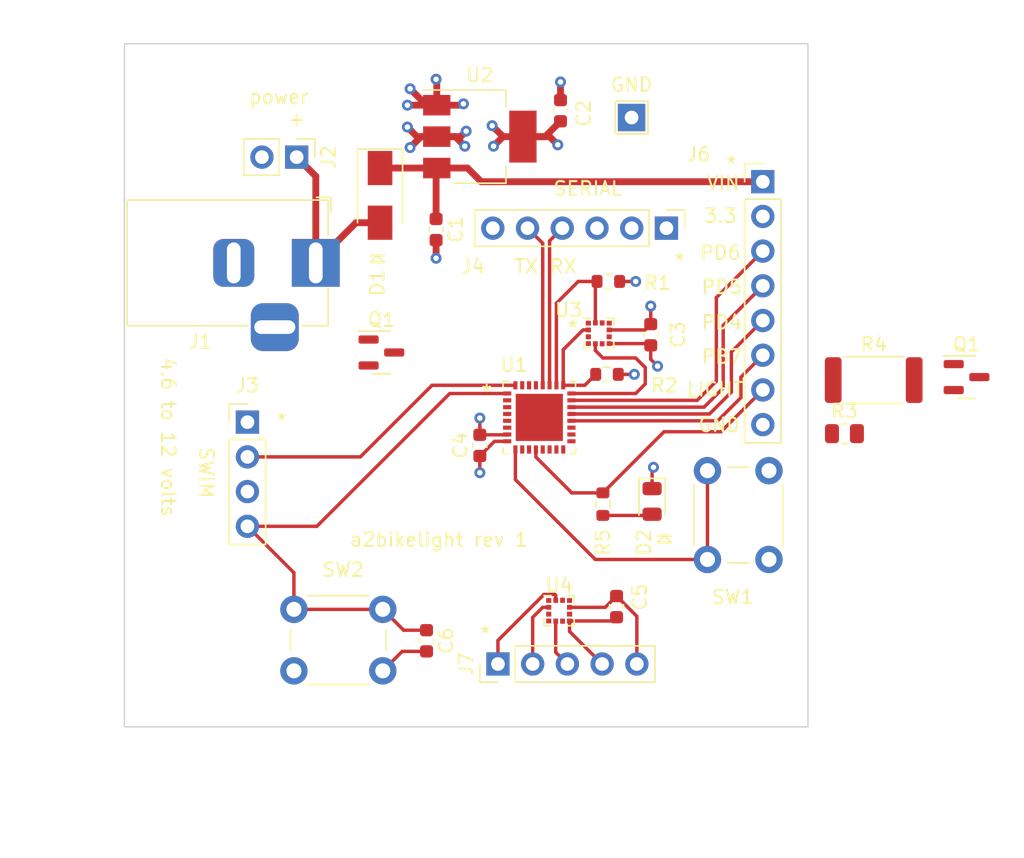
<source format=kicad_pcb>
(kicad_pcb (version 20211014) (generator pcbnew)
  (layers (0 "F.Cu" signal) (1 "In1.Cu" signal) (2 "In2.Cu" signal) (31 "B.Cu" signal) (34 "B.Paste" user) (35 "F.Paste" user) (36 "B.SilkS" user "B.Silkscreen") (37 "F.SilkS" user "F.Silkscreen") (38 "B.Mask" user) (39 "F.Mask" user) (44 "Edge.Cuts" user))
  (net 0 "")
  (net 1 "VIN")
  (net 2 "GND")
  (net 3 "+3V3")
  (net 4 "NRESET")
  (net 5 "Net-(D1-Pad2)")
  (net 6 "Net-(D2-Pad2)")
  (net 8 "SWIM")
  (net 11 "SERIAL_INCOMING")
  (net 12 "SERIAL_OUTGOING")
  (net 14 "I2C_SCL")
  (net 15 "I2C_SDA")
  (net 16 "LIGHT")
  (net 17 "BUTTON")
  (net 23 "ACCEL_INT")
  (net 31 "PB7")
  (net 32 "PD4")
  (net 33 "PD5")
  (net 37 "thermal")
  (net 52 "PD6")
  (net 58 "Net-(C5-Pad1)")
  (net 59 "Net-(C5-Pad2)")
  (net 60 "Net-(J7-Pad1)")
  (net 61 "Net-(J7-Pad2)")
  (net 62 "Net-(J7-Pad3)")
  (net 63 "Net-(J5-Pad1)")
  (net 64 "Net-(J5-Pad2)")
  (footprint "Package_TO_SOT_SMD:SOT-23" (layer "F.Cu") (at 161.6 124.4)
    (fp_text reference "Q1" (at 0 -2.4) (layer "F.SilkS"))
    (fp_text value "Si2301CDS")
    (fp_line (start 0 1.56) (end 0.65 1.56) (layer "F.SilkS") (width 0.12))
    (fp_line (start 0 -1.56) (end 0.65 -1.56) (layer "F.SilkS") (width 0.12))
    (fp_line (start 0 1.56) (end -0.65 1.56) (layer "F.SilkS") (width 0.12))
    (fp_line (start 0 -1.56) (end -1.675 -1.56) (layer "F.SilkS") (width 0.12))
    (pad "1" smd roundrect (at -0.9375 -0.95) (size 1.475 0.6) (layers "F.Cu" "F.Paste" "F.Mask") (net 16 "LIGHT"))
    (pad "2" smd roundrect (at -0.9375 0.95) (size 1.475 0.6) (layers "F.Cu" "F.Paste" "F.Mask") (net 1 "VIN"))
    (pad "3" smd roundrect (at 0.9375 0) (size 1.475 0.6) (layers "F.Cu" "F.Paste" "F.Mask") (net 63 "Net-(J5-Pad1)"))
  )
  (footprint "Capacitor_SMD:C_0603_1608Metric" (layer "F.Cu") (at 122.8 113.6 -90)
    (fp_text reference "C1" (at 0 -1.43 90) (layer "F.SilkS"))
    (fp_text value "10uF")
    (fp_line (start -0.14058 0.51) (end 0.14058 0.51) (layer "F.SilkS") (width 0.12))
    (fp_line (start -0.14058 -0.51) (end 0.14058 -0.51) (layer "F.SilkS") (width 0.12))
    (pad "1" smd roundrect (at -0.775 0 270) (size 0.9 0.95) (layers "F.Cu" "F.Paste" "F.Mask") (net 1 "VIN"))
    (pad "2" smd roundrect (at 0.775 0 270) (size 0.9 0.95) (layers "F.Cu" "F.Paste" "F.Mask") (net 2 "GND"))
  )
  (footprint "MountingHole:MountingHole_3.5mm" (layer "F.Cu") (at 146 104)
    (fp_text reference "H1" hide)
    (fp_text value "MountingHole")
    (pad "" np_thru_hole circle (at 0 0) (size 3.5 3.5) (drill 3.5) (layers *.Cu *.Mask))
  )
  (footprint "Capacitor_SMD:C_0603_1608Metric" (layer "F.Cu") (at 122.1 143.7 -90)
    (fp_text reference "C6" (at 0 -1.43 90) (layer "F.SilkS"))
    (fp_text value "100nF")
    (fp_line (start -0.14058 0.51) (end 0.14058 0.51) (layer "F.SilkS") (width 0.12))
    (fp_line (start -0.14058 -0.51) (end 0.14058 -0.51) (layer "F.SilkS") (width 0.12))
    (pad "1" smd roundrect (at -0.775 0 270) (size 0.9 0.95) (layers "F.Cu" "F.Paste" "F.Mask") (net 4 "NRESET"))
    (pad "2" smd roundrect (at 0.775 0 270) (size 0.9 0.95) (layers "F.Cu" "F.Paste" "F.Mask") (net 2 "GND"))
  )
  (footprint "a2bikelight:UFQFPN-32_5x5_Pitch0.5mm" (layer "F.Cu") (at 130.35 127.35)
    (fp_text reference "U1" (at -1.85 -3.85) (layer "F.SilkS"))
    (fp_text value "STM8L151K4U")
    (fp_line (start -2.25 -2.65) (end -2.65 -2.65) (layer "F.SilkS") (width 0.12))
    (fp_line (start -2.65 -2.65) (end -2.65 -2.25) (layer "F.SilkS") (width 0.12))
    (fp_line (start 2.25 -2.65) (end 2.65 -2.65) (layer "F.SilkS") (width 0.12))
    (fp_line (start 2.65 2.65) (end 2.65 2.25) (layer "F.SilkS") (width 0.12))
    (fp_line (start -2.65 2.65) (end -2.65 2.25) (layer "F.SilkS") (width 0.12))
    (fp_line (start 2.65 -2.65) (end 2.65 -2.25) (layer "F.SilkS") (width 0.12))
    (fp_line (start 2.25 2.65) (end 2.65 2.65) (layer "F.SilkS") (width 0.12))
    (fp_line (start -2.65 -2.25) (end -2.65 -2.25) (layer "F.SilkS") (width 0.12))
    (fp_line (start -2.25 2.65) (end -2.65 2.65) (layer "F.SilkS") (width 0.12))
    (pad "1" smd rect (at -2.35 -1.75 90) (size 0.3 0.6) (layers "F.Cu" "F.Paste" "F.Mask") (net 4 "NRESET"))
    (pad "2" smd rect (at -2.35 -1.25 90) (size 0.3 0.6) (layers "F.Cu" "F.Paste" "F.Mask"))
    (pad "3" smd rect (at -2.35 -0.75 90) (size 0.3 0.6) (layers "F.Cu" "F.Paste" "F.Mask"))
    (pad "4" smd rect (at -2.35 -0.25 90) (size 0.3 0.6) (layers "F.Cu" "F.Paste" "F.Mask"))
    (pad "5" smd rect (at -2.35 0.25 90) (size 0.3 0.6) (layers "F.Cu" "F.Paste" "F.Mask"))
    (pad "6" smd rect (at -2.35 0.75 90) (size 0.3 0.6) (layers "F.Cu" "F.Paste" "F.Mask"))
    (pad "7" smd rect (at -2.35 1.25 90) (size 0.3 0.6) (layers "F.Cu" "F.Paste" "F.Mask") (net 2 "GND"))
    (pad "8" smd rect (at -2.35 1.75 90) (size 0.3 0.6) (layers "F.Cu" "F.Paste" "F.Mask") (net 3 "+3V3"))
    (pad "9" smd rect (at -1.75 2.35) (size 0.3 0.6) (layers "F.Cu" "F.Paste" "F.Mask") (net 17 "BUTTON"))
    (pad "10" smd rect (at -1.25 2.35) (size 0.3 0.6) (layers "F.Cu" "F.Paste" "F.Mask"))
    (pad "11" smd rect (at -0.75 2.35) (size 0.3 0.6) (layers "F.Cu" "F.Paste" "F.Mask"))
    (pad "12" smd rect (at -0.25 2.35) (size 0.3 0.6) (layers "F.Cu" "F.Paste" "F.Mask") (net 16 "LIGHT"))
    (pad "13" smd rect (at 0.25 2.35) (size 0.3 0.6) (layers "F.Cu" "F.Paste" "F.Mask"))
    (pad "14" smd rect (at 0.75 2.35) (size 0.3 0.6) (layers "F.Cu" "F.Paste" "F.Mask"))
    (pad "15" smd rect (at 1.25 2.35) (size 0.3 0.6) (layers "F.Cu" "F.Paste" "F.Mask"))
    (pad "16" smd rect (at 1.75 2.35) (size 0.3 0.6) (layers "F.Cu" "F.Paste" "F.Mask"))
    (pad "17" smd rect (at 2.35 1.75 90) (size 0.3 0.6) (layers "F.Cu" "F.Paste" "F.Mask"))
    (pad "18" smd rect (at 2.35 1.25 90) (size 0.3 0.6) (layers "F.Cu" "F.Paste" "F.Mask"))
    (pad "19" smd rect (at 2.35 0.75 90) (size 0.3 0.6) (layers "F.Cu" "F.Paste" "F.Mask"))
    (pad "20" smd rect (at 2.35 0.25 90) (size 0.3 0.6) (layers "F.Cu" "F.Paste" "F.Mask") (net 31 "PB7"))
    (pad "21" smd rect (at 2.35 -0.25 90) (size 0.3 0.6) (layers "F.Cu" "F.Paste" "F.Mask") (net 32 "PD4"))
    (pad "22" smd rect (at 2.35 -0.75 90) (size 0.3 0.6) (layers "F.Cu" "F.Paste" "F.Mask") (net 33 "PD5"))
    (pad "23" smd rect (at 2.35 -1.25 90) (size 0.3 0.6) (layers "F.Cu" "F.Paste" "F.Mask") (net 52 "PD6"))
    (pad "24" smd rect (at 2.35 -1.75 90) (size 0.3 0.6) (layers "F.Cu" "F.Paste" "F.Mask") (net 23 "ACCEL_INT"))
    (pad "25" smd rect (at 1.75 -2.35) (size 0.3 0.6) (layers "F.Cu" "F.Paste" "F.Mask") (net 15 "I2C_SDA"))
    (pad "26" smd rect (at 1.25 -2.35) (size 0.3 0.6) (layers "F.Cu" "F.Paste" "F.Mask") (net 14 "I2C_SCL"))
    (pad "27" smd rect (at 0.75 -2.35) (size 0.3 0.6) (layers "F.Cu" "F.Paste" "F.Mask") (net 11 "SERIAL_INCOMING"))
    (pad "28" smd rect (at 0.25 -2.35) (size 0.3 0.6) (layers "F.Cu" "F.Paste" "F.Mask") (net 12 "SERIAL_OUTGOING"))
    (pad "29" smd rect (at -0.25 -2.35) (size 0.3 0.6) (layers "F.Cu" "F.Paste" "F.Mask"))
    (pad "30" smd rect (at -0.75 -2.35) (size 0.3 0.6) (layers "F.Cu" "F.Paste" "F.Mask"))
    (pad "31" smd rect (at -1.25 -2.35) (size 0.3 0.6) (layers "F.Cu" "F.Paste" "F.Mask"))
    (pad "32" smd rect (at -1.75 -2.35) (size 0.3 0.6) (layers "F.Cu" "F.Paste" "F.Mask") (net 8 "SWIM"))
    (pad "33" smd rect (at 0 0) (size 3.45 3.45) (layers "F.Cu" "F.Paste" "F.Mask") (net 37 "thermal"))
  )
  (footprint "Capacitor_SMD:C_0603_1608Metric" (layer "F.Cu") (at 138.5 121.3 90)
    (fp_text reference "C3" (at 0 2 90) (layer "F.SilkS"))
    (fp_text value "100nF")
    (fp_line (start -0.14058 -0.51) (end 0.14058 -0.51) (layer "F.SilkS") (width 0.12))
    (fp_line (start -0.14058 0.51) (end 0.14058 0.51) (layer "F.SilkS") (width 0.12))
    (pad "1" smd roundrect (at -0.775 0 90) (size 0.9 0.95) (layers "F.Cu" "F.Paste" "F.Mask") (net 3 "+3V3"))
    (pad "2" smd roundrect (at 0.775 0 90) (size 0.9 0.95) (layers "F.Cu" "F.Paste" "F.Mask") (net 2 "GND"))
  )
  (footprint "Capacitor_SMD:C_0603_1608Metric" (layer "F.Cu") (at 131.9 104.9 90)
    (fp_text reference "C2" (at -0.2 1.7 90) (layer "F.SilkS"))
    (fp_text value "10uF")
    (fp_line (start -0.14058 -0.51) (end 0.14058 -0.51) (layer "F.SilkS") (width 0.12))
    (fp_line (start -0.14058 0.51) (end 0.14058 0.51) (layer "F.SilkS") (width 0.12))
    (pad "1" smd roundrect (at -0.775 0 90) (size 0.9 0.95) (layers "F.Cu" "F.Paste" "F.Mask") (net 3 "+3V3"))
    (pad "2" smd roundrect (at 0.775 0 90) (size 0.9 0.95) (layers "F.Cu" "F.Paste" "F.Mask") (net 2 "GND"))
  )
  (footprint "Capacitor_SMD:C_0603_1608Metric" (layer "F.Cu") (at 136 141.2 90)
    (fp_text reference "C5" (at 0.7 1.7 90) (layer "F.SilkS"))
    (fp_text value "100nF")
    (fp_line (start -0.14058 -0.51) (end 0.14058 -0.51) (layer "F.SilkS") (width 0.12))
    (fp_line (start -0.14058 0.51) (end 0.14058 0.51) (layer "F.SilkS") (width 0.12))
    (pad "1" smd roundrect (at -0.775 0 90) (size 0.9 0.95) (layers "F.Cu" "F.Paste" "F.Mask") (net 58 "Net-(C5-Pad1)"))
    (pad "2" smd roundrect (at 0.775 0 90) (size 0.9 0.95) (layers "F.Cu" "F.Paste" "F.Mask") (net 59 "Net-(C5-Pad2)"))
  )
  (footprint "TestPoint:TestPoint_THTPad_2.0x2.0mm_Drill1.0mm" (layer "F.Cu") (at 137.1 105.4)
    (fp_text reference "TP1" hide)
    (fp_text value "TestPoint")
    (fp_line (start 1.2 1.2) (end -1.2 1.2) (layer "F.SilkS") (width 0.12))
    (fp_line (start -1.2 1.2) (end -1.2 -1.2) (layer "F.SilkS") (width 0.12))
    (fp_line (start 1.2 -1.2) (end 1.2 1.2) (layer "F.SilkS") (width 0.12))
    (fp_line (start -1.2 -1.2) (end 1.2 -1.2) (layer "F.SilkS") (width 0.12))
    (pad "1" thru_hole rect (at 0 0) (size 2 2) (drill 1) (layers *.Cu *.Mask) (net 2 "GND"))
  )
  (footprint "MountingHole:MountingHole_3.5mm" (layer "F.Cu") (at 104 104)
    (fp_text reference "H4" hide)
    (fp_text value "MountingHole")
    (pad "" np_thru_hole circle (at 0 0) (size 3.5 3.5) (drill 3.5) (layers *.Cu *.Mask))
  )
  (footprint "Resistor_SMD:R_0603_1608Metric" (layer "F.Cu") (at 135 133.7 -90)
    (fp_text reference "R5" (at 2.8 0 90) (layer "F.SilkS"))
    (fp_text value "1k")
    (fp_line (start -0.237258 0.5225) (end 0.237258 0.5225) (layer "F.SilkS") (width 0.12))
    (fp_line (start -0.237258 -0.5225) (end 0.237258 -0.5225) (layer "F.SilkS") (width 0.12))
    (pad "1" smd roundrect (at -0.825 0 270) (size 0.8 0.95) (layers "F.Cu" "F.Paste" "F.Mask") (net 16 "LIGHT"))
    (pad "2" smd roundrect (at 0.825 0 270) (size 0.8 0.95) (layers "F.Cu" "F.Paste" "F.Mask") (net 6 "Net-(D2-Pad2)"))
  )
  (footprint "Package_TO_SOT_SMD:SOT-23" (layer "F.Cu") (at 118.8 122.6)
    (fp_text reference "Q1" (at 0 -2.4) (layer "F.SilkS"))
    (fp_text value "Si2301CDS")
    (fp_line (start 0 -1.56) (end -1.675 -1.56) (layer "F.SilkS") (width 0.12))
    (fp_line (start 0 1.56) (end -0.65 1.56) (layer "F.SilkS") (width 0.12))
    (fp_line (start 0 -1.56) (end 0.65 -1.56) (layer "F.SilkS") (width 0.12))
    (fp_line (start 0 1.56) (end 0.65 1.56) (layer "F.SilkS") (width 0.12))
    (pad "1" smd roundrect (at -0.9375 -0.95) (size 1.475 0.6) (layers "F.Cu" "F.Paste" "F.Mask"))
    (pad "2" smd roundrect (at -0.9375 0.95) (size 1.475 0.6) (layers "F.Cu" "F.Paste" "F.Mask"))
    (pad "3" smd roundrect (at 0.9375 0) (size 1.475 0.6) (layers "F.Cu" "F.Paste" "F.Mask"))
  )
  (footprint "Diode_SMD:D_SMA" (layer "F.Cu") (at 118.7 111.1 -90)
    (fp_text reference "D1" (at 6.4 0.2 90) (layer "F.SilkS"))
    (fp_text value "SS210")
    (fp_line (start -3.4 -1.65) (end -3.4 1.65) (layer "F.SilkS") (width 0.12))
    (fp_line (start -3.4 1.65) (end 2 1.65) (layer "F.SilkS") (width 0.12))
    (fp_line (start -3.4 -1.65) (end 2 -1.65) (layer "F.SilkS") (width 0.12))
    (pad "1" smd rect (at -2 0 270) (size 2.5 1.8) (layers "F.Cu" "F.Paste" "F.Mask") (net 1 "VIN"))
    (pad "2" smd rect (at 2 0 270) (size 2.5 1.8) (layers "F.Cu" "F.Paste" "F.Mask") (net 5 "Net-(D1-Pad2)"))
  )
  (footprint "Resistor_SMD:R_0603_1608Metric" (layer "F.Cu") (at 135.4 117.4 180)
    (fp_text reference "R1" (at -3.6 -0.1) (layer "F.SilkS"))
    (fp_text value "10k")
    (fp_line (start -0.237258 -0.5225) (end 0.237258 -0.5225) (layer "F.SilkS") (width 0.12))
    (fp_line (start -0.237258 0.5225) (end 0.237258 0.5225) (layer "F.SilkS") (width 0.12))
    (pad "1" smd roundrect (at -0.825 0 180) (size 0.8 0.95) (layers "F.Cu" "F.Paste" "F.Mask") (net 3 "+3V3"))
    (pad "2" smd roundrect (at 0.825 0 180) (size 0.8 0.95) (layers "F.Cu" "F.Paste" "F.Mask") (net 14 "I2C_SCL"))
  )
  (footprint "Package_LGA:LGA-12_2x2mm_P0.5mm" (layer "F.Cu") (at 131.8 141.5)
    (fp_text reference "U4" (at 0 -1.85) (layer "F.SilkS"))
    (fp_text value "MXC6655XA")
    (fp_line (start -0.6 1.1) (end -1.1 1.1) (layer "F.SilkS") (width 0.12))
    (fp_line (start -1.1 1.1) (end -1.1 0.6) (layer "F.SilkS") (width 0.12))
    (fp_line (start 1.1 0.6) (end 1.1 1.1) (layer "F.SilkS") (width 0.12))
    (fp_line (start 1.1 -0.6) (end 1.1 -0.6) (layer "F.SilkS") (width 0.12))
    (fp_line (start -0.6 -1.1) (end -1.1 -1.1) (layer "F.SilkS") (width 0.12))
    (fp_line (start 1.1 1.1) (end 0.6 1.1) (layer "F.SilkS") (width 0.12))
    (fp_line (start 0.6 1.1) (end 0.6 1.1) (layer "F.SilkS") (width 0.12))
    (fp_line (start -1.1 -1.1) (end -1.1 -1.1) (layer "F.SilkS") (width 0.12))
    (fp_line (start -1.1 0.6) (end -1.1 0.6) (layer "F.SilkS") (width 0.12))
    (fp_line (start 1.1 -1.1) (end 1.1 -0.6) (layer "F.SilkS") (width 0.12))
    (fp_line (start 0.6 -1.1) (end 1.1 -1.1) (layer "F.SilkS") (width 0.12))
    (pad "1" smd rect (at -0.7625 -0.75) (size 0.375 0.35) (layers "F.Cu" "F.Paste" "F.Mask"))
    (pad "2" smd rect (at -0.7625 -0.25) (size 0.375 0.35) (layers "F.Cu" "F.Paste" "F.Mask") (net 61 "Net-(J7-Pad2)"))
    (pad "3" smd rect (at -0.7625 0.25) (size 0.375 0.35) (layers "F.Cu" "F.Paste" "F.Mask"))
    (pad "4" smd rect (at -0.7625 0.75) (size 0.375 0.35) (layers "F.Cu" "F.Paste" "F.Mask"))
    (pad "5" smd rect (at -0.25 0.7625 90) (size 0.375 0.35) (layers "F.Cu" "F.Paste" "F.Mask") (net 62 "Net-(J7-Pad3)"))
    (pad "6" smd rect (at 0.25 0.7625 90) (size 0.375 0.35) (layers "F.Cu" "F.Paste" "F.Mask"))
    (pad "7" smd rect (at 0.7625 0.75) (size 0.375 0.35) (layers "F.Cu" "F.Paste" "F.Mask") (net 58 "Net-(C5-Pad1)"))
    (pad "8" smd rect (at 0.7625 0.25) (size 0.375 0.35) (layers "F.Cu" "F.Paste" "F.Mask"))
    (pad "9" smd rect (at 0.7625 -0.25) (size 0.375 0.35) (layers "F.Cu" "F.Paste" "F.Mask") (net 59 "Net-(C5-Pad2)"))
    (pad "10" smd rect (at 0.7625 -0.75) (size 0.375 0.35) (layers "F.Cu" "F.Paste" "F.Mask"))
    (pad "11" smd rect (at 0.25 -0.7625 90) (size 0.375 0.35) (layers "F.Cu" "F.Paste" "F.Mask"))
    (pad "12" smd rect (at -0.25 -0.7625 90) (size 0.375 0.35) (layers "F.Cu" "F.Paste" "F.Mask") (net 60 "Net-(J7-Pad1)"))
  )
  (footprint "Button_Switch_THT:SW_PUSH_6mm" (layer "F.Cu") (at 147.15 131.25 -90)
    (fp_text reference "SW1" (at 9.25 2.65 180) (layer "F.SilkS"))
    (fp_text value "SW_Push")
    (fp_line (start -0.25 1.5) (end -0.25 3) (layer "F.SilkS") (width 0.12))
    (fp_line (start 6.75 3) (end 6.75 1.5) (layer "F.SilkS") (width 0.12))
    (fp_line (start 5.5 -1) (end 1 -1) (layer "F.SilkS") (width 0.12))
    (fp_line (start 1 5.5) (end 5.5 5.5) (layer "F.SilkS") (width 0.12))
    (pad "1" thru_hole circle (at 6.5 0) (size 2 2) (drill 1.1) (layers *.Cu *.Mask) (net 2 "GND"))
    (pad "1" thru_hole circle (at 0 0) (size 2 2) (drill 1.1) (layers *.Cu *.Mask) (net 2 "GND"))
    (pad "2" thru_hole circle (at 0 4.5) (size 2 2) (drill 1.1) (layers *.Cu *.Mask) (net 17 "BUTTON"))
    (pad "2" thru_hole circle (at 6.5 4.5) (size 2 2) (drill 1.1) (layers *.Cu *.Mask) (net 17 "BUTTON"))
  )
  (footprint "Package_LGA:LGA-12_2x2mm_P0.5mm" (layer "F.Cu") (at 134.7 121.2)
    (fp_text reference "U3" (at -2.2 -1.7) (layer "F.SilkS"))
    (fp_text value "MXC6655XA")
    (fp_line (start 0.6 -1.1) (end 1.1 -1.1) (layer "F.SilkS") (width 0.12))
    (fp_line (start -0.6 -1.1) (end -1.1 -1.1) (layer "F.SilkS") (width 0.12))
    (fp_line (start 0.6 1.1) (end 0.6 1.1) (layer "F.SilkS") (width 0.12))
    (fp_line (start -0.6 1.1) (end -1.1 1.1) (layer "F.SilkS") (width 0.12))
    (fp_line (start -1.1 0.6) (end -1.1 0.6) (layer "F.SilkS") (width 0.12))
    (fp_line (start 1.1 -1.1) (end 1.1 -0.6) (layer "F.SilkS") (width 0.12))
    (fp_line (start 1.1 1.1) (end 0.6 1.1) (layer "F.SilkS") (width 0.12))
    (fp_line (start -1.1 -1.1) (end -1.1 -1.1) (layer "F.SilkS") (width 0.12))
    (fp_line (start 1.1 -0.6) (end 1.1 -0.6) (layer "F.SilkS") (width 0.12))
    (fp_line (start -1.1 1.1) (end -1.1 0.6) (layer "F.SilkS") (width 0.12))
    (fp_line (start 1.1 0.6) (end 1.1 1.1) (layer "F.SilkS") (width 0.12))
    (pad "1" smd rect (at -0.7625 -0.75) (size 0.375 0.35) (layers "F.Cu" "F.Paste" "F.Mask"))
    (pad "2" smd rect (at -0.7625 -0.25) (size 0.375 0.35) (layers "F.Cu" "F.Paste" "F.Mask") (net 15 "I2C_SDA"))
    (pad "3" smd rect (at -0.7625 0.25) (size 0.375 0.35) (layers "F.Cu" "F.Paste" "F.Mask"))
    (pad "4" smd rect (at -0.7625 0.75) (size 0.375 0.35) (layers "F.Cu" "F.Paste" "F.Mask"))
    (pad "5" smd rect (at -0.25 0.7625 90) (size 0.375 0.35) (layers "F.Cu" "F.Paste" "F.Mask") (net 23 "ACCEL_INT"))
    (pad "6" smd rect (at 0.25 0.7625 90) (size 0.375 0.35) (layers "F.Cu" "F.Paste" "F.Mask"))
    (pad "7" smd rect (at 0.7625 0.75) (size 0.375 0.35) (layers "F.Cu" "F.Paste" "F.Mask") (net 3 "+3V3"))
    (pad "8" smd rect (at 0.7625 0.25) (size 0.375 0.35) (layers "F.Cu" "F.Paste" "F.Mask"))
    (pad "9" smd rect (at 0.7625 -0.25) (size 0.375 0.35) (layers "F.Cu" "F.Paste" "F.Mask") (net 2 "GND"))
    (pad "10" smd rect (at 0.7625 -0.75) (size 0.375 0.35) (layers "F.Cu" "F.Paste" "F.Mask"))
    (pad "11" smd rect (at 0.25 -0.7625 90) (size 0.375 0.35) (layers "F.Cu" "F.Paste" "F.Mask"))
    (pad "12" smd rect (at -0.25 -0.7625 90) (size 0.375 0.35) (layers "F.Cu" "F.Paste" "F.Mask") (net 14 "I2C_SCL"))
  )
  (footprint "MountingHole:MountingHole_3.5mm" (layer "F.Cu") (at 104 146)
    (fp_text reference "H3" hide)
    (fp_text value "MountingHole")
    (pad "" np_thru_hole circle (at 0 0) (size 3.5 3.5) (drill 3.5) (layers *.Cu *.Mask))
  )
  (footprint "Connector_PinHeader_2.54mm:PinHeader_1x05_P2.54mm_Vertical" (layer "F.Cu") (at 127.325 145.4 90)
    (fp_text reference "J7" (at 0 -2.33 90) (layer "F.SilkS"))
    (fp_text value "Conn_01x05_Male")
    (fp_line (start 1.33 1.27) (end 1.33 11.49) (layer "F.SilkS") (width 0.12))
    (fp_line (start -1.33 11.49) (end 1.33 11.49) (layer "F.SilkS") (width 0.12))
    (fp_line (start -1.33 1.27) (end 1.33 1.27) (layer "F.SilkS") (width 0.12))
    (fp_line (start -1.33 -1.33) (end 0 -1.33) (layer "F.SilkS") (width 0.12))
    (fp_line (start -1.33 1.27) (end -1.33 11.49) (layer "F.SilkS") (width 0.12))
    (fp_line (start -1.33 0) (end -1.33 -1.33) (layer "F.SilkS") (width 0.12))
    (pad "1" thru_hole rect (at 0 0 90) (size 1.7 1.7) (drill 1) (layers *.Cu *.Mask) (net 60 "Net-(J7-Pad1)"))
    (pad "2" thru_hole oval (at 0 2.54 90) (size 1.7 1.7) (drill 1) (layers *.Cu *.Mask) (net 61 "Net-(J7-Pad2)"))
    (pad "3" thru_hole oval (at 0 5.08 90) (size 1.7 1.7) (drill 1) (layers *.Cu *.Mask) (net 62 "Net-(J7-Pad3)"))
    (pad "4" thru_hole oval (at 0 7.62 90) (size 1.7 1.7) (drill 1) (layers *.Cu *.Mask) (net 58 "Net-(C5-Pad1)"))
    (pad "5" thru_hole oval (at 0 10.16 90) (size 1.7 1.7) (drill 1) (layers *.Cu *.Mask) (net 59 "Net-(C5-Pad2)"))
  )
  (footprint "Resistor_SMD:R_0603_1608Metric" (layer "F.Cu") (at 135.3 124.2 180)
    (fp_text reference "R2" (at -4.2 -0.8) (layer "F.SilkS"))
    (fp_text value "10k")
    (fp_line (start -0.237258 0.5225) (end 0.237258 0.5225) (layer "F.SilkS") (width 0.12))
    (fp_line (start -0.237258 -0.5225) (end 0.237258 -0.5225) (layer "F.SilkS") (width 0.12))
    (pad "1" smd roundrect (at -0.825 0 180) (size 0.8 0.95) (layers "F.Cu" "F.Paste" "F.Mask") (net 3 "+3V3"))
    (pad "2" smd roundrect (at 0.825 0 180) (size 0.8 0.95) (layers "F.Cu" "F.Paste" "F.Mask") (net 15 "I2C_SDA"))
  )
  (footprint "Connector_PinHeader_2.54mm:PinHeader_1x02_P2.54mm_Vertical" (layer "F.Cu") (at 112.6 108.3 -90)
    (fp_text reference "J2" (at 0 -2.33 90) (layer "F.SilkS"))
    (fp_text value "Conn_01x02_Male")
    (fp_line (start 1.33 1.27) (end 1.33 3.87) (layer "F.SilkS") (width 0.12))
    (fp_line (start -1.33 1.27) (end -1.33 3.87) (layer "F.SilkS") (width 0.12))
    (fp_line (start -1.33 -1.33) (end 0 -1.33) (layer "F.SilkS") (width 0.12))
    (fp_line (start -1.33 3.87) (end 1.33 3.87) (layer "F.SilkS") (width 0.12))
    (fp_line (start -1.33 0) (end -1.33 -1.33) (layer "F.SilkS") (width 0.12))
    (fp_line (start -1.33 1.27) (end 1.33 1.27) (layer "F.SilkS") (width 0.12))
    (pad "1" thru_hole rect (at 0 0 270) (size 1.7 1.7) (drill 1) (layers *.Cu *.Mask) (net 5 "Net-(D1-Pad2)"))
    (pad "2" thru_hole oval (at 0 2.54 270) (size 1.7 1.7) (drill 1) (layers *.Cu *.Mask) (net 2 "GND"))
  )
  (footprint "MountingHole:MountingHole_3.5mm" (layer "F.Cu") (at 146 146)
    (fp_text reference "H2" hide)
    (fp_text value "MountingHole")
    (pad "" np_thru_hole circle (at 0 0) (size 3.5 3.5) (drill 3.5) (layers *.Cu *.Mask))
  )
  (footprint "Capacitor_SMD:C_0603_1608Metric" (layer "F.Cu") (at 126 129.4 90)
    (fp_text reference "C4" (at 0 -1.43 90) (layer "F.SilkS"))
    (fp_text value "100nF")
    (fp_line (start -0.14058 -0.51) (end 0.14058 -0.51) (layer "F.SilkS") (width 0.12))
    (fp_line (start -0.14058 0.51) (end 0.14058 0.51) (layer "F.SilkS") (width 0.12))
    (pad "1" smd roundrect (at -0.775 0 90) (size 0.9 0.95) (layers "F.Cu" "F.Paste" "F.Mask") (net 3 "+3V3"))
    (pad "2" smd roundrect (at 0.775 0 90) (size 0.9 0.95) (layers "F.Cu" "F.Paste" "F.Mask") (net 2 "GND"))
  )
  (footprint "Button_Switch_THT:SW_PUSH_6mm" (layer "F.Cu") (at 118.9 145.9 180)
    (fp_text reference "SW2" (at 2.9 7.4) (layer "F.SilkS"))
    (fp_text value "SW_Push")
    (fp_line (start 5.5 -1) (end 1 -1) (layer "F.SilkS") (width 0.12))
    (fp_line (start -0.25 1.5) (end -0.25 3) (layer "F.SilkS") (width 0.12))
    (fp_line (start 6.75 3) (end 6.75 1.5) (layer "F.SilkS") (width 0.12))
    (fp_line (start 1 5.5) (end 5.5 5.5) (layer "F.SilkS") (width 0.12))
    (pad "1" thru_hole circle (at 6.5 0 270) (size 2 2) (drill 1.1) (layers *.Cu *.Mask) (net 2 "GND"))
    (pad "1" thru_hole circle (at 0 0 270) (size 2 2) (drill 1.1) (layers *.Cu *.Mask) (net 2 "GND"))
    (pad "2" thru_hole circle (at 6.5 4.5 270) (size 2 2) (drill 1.1) (layers *.Cu *.Mask) (net 4 "NRESET"))
    (pad "2" thru_hole circle (at 0 4.5 270) (size 2 2) (drill 1.1) (layers *.Cu *.Mask) (net 4 "NRESET"))
  )
  (footprint "Resistor_SMD:R_2512_6332Metric" (layer "F.Cu") (at 154.81 124.62)
    (fp_text reference "R4" (at 0 -2.62) (layer "F.SilkS"))
    (fp_text value "10")
    (fp_line (start -2.177064 1.71) (end 2.177064 1.71) (layer "F.SilkS") (width 0.12))
    (fp_line (start -2.177064 -1.71) (end 2.177064 -1.71) (layer "F.SilkS") (width 0.12))
    (pad "1" smd roundrect (at -2.9625 0) (size 1.225 3.35) (layers "F.Cu" "F.Paste" "F.Mask") (roundrect_rratio 0.204082) (net 64 "Net-(J5-Pad2)"))
    (pad "2" smd roundrect (at 2.9625 0) (size 1.225 3.35) (layers "F.Cu" "F.Paste" "F.Mask") (roundrect_rratio 0.204082) (net 2 "GND"))
  )
  (footprint "Connector_PinHeader_2.54mm:PinHeader_1x06_P2.54mm_Vertical" (layer "F.Cu") (at 139.65 113.5 -90)
    (fp_text reference "J4" (at 2.8 14.15 180) (layer "F.SilkS"))
    (fp_text value "Conn_01x06_Male")
    (fp_line (start -1.33 14.03) (end 1.33 14.03) (layer "F.SilkS") (width 0.12))
    (fp_line (start -1.33 0) (end -1.33 -1.33) (layer "F.SilkS") (width 0.12))
    (fp_line (start 1.33 1.27) (end 1.33 14.03) (layer "F.SilkS") (width 0.12))
    (fp_line (start -1.33 1.27) (end 1.33 1.27) (layer "F.SilkS") (width 0.12))
    (fp_line (start -1.33 -1.33) (end 0 -1.33) (layer "F.SilkS") (width 0.12))
    (fp_line (start -1.33 1.27) (end -1.33 14.03) (layer "F.SilkS") (width 0.12))
    (pad "1" thru_hole rect (at 0 0 270) (size 1.7 1.7) (drill 1) (layers *.Cu *.Mask) (net 2 "GND"))
    (pad "2" thru_hole oval (at 0 2.54 270) (size 1.7 1.7) (drill 1) (layers *.Cu *.Mask))
    (pad "3" thru_hole oval (at 0 5.08 270) (size 1.7 1.7) (drill 1) (layers *.Cu *.Mask))
    (pad "4" thru_hole oval (at 0 7.62 270) (size 1.7 1.7) (drill 1) (layers *.Cu *.Mask) (net 11 "SERIAL_INCOMING"))
    (pad "5" thru_hole oval (at 0 10.16 270) (size 1.7 1.7) (drill 1) (layers *.Cu *.Mask) (net 12 "SERIAL_OUTGOING"))
    (pad "6" thru_hole oval (at 0 12.7 270) (size 1.7 1.7) (drill 1) (layers *.Cu *.Mask))
  )
  (footprint "Resistor_SMD:R_0805_2012Metric" (layer "F.Cu") (at 152.67 128.54)
    (fp_text reference "R3" (at 0 -1.65) (layer "F.SilkS"))
    (fp_text value "10k")
    (fp_line (start -0.227064 -0.735) (end 0.227064 -0.735) (layer "F.SilkS") (width 0.12))
    (fp_line (start -0.227064 0.735) (end 0.227064 0.735) (layer "F.SilkS") (width 0.12))
    (pad "1" smd roundrect (at -0.9125 0) (size 1.025 1.4) (layers "F.Cu" "F.Paste" "F.Mask") (roundrect_rratio 0.243902) (net 1 "VIN"))
    (pad "2" smd roundrect (at 0.9125 0) (size 1.025 1.4) (layers "F.Cu" "F.Paste" "F.Mask") (roundrect_rratio 0.243902) (net 16 "LIGHT"))
  )
  (footprint "Connector_PinHeader_2.54mm:PinHeader_1x08_P2.54mm_Vertical" (layer "F.Cu") (at 146.7 110.1)
    (fp_text reference "J6" (at -4.7 -2) (layer "F.SilkS"))
    (fp_text value "Conn_01x08_Male")
    (fp_line (start 1.33 1.27) (end 1.33 19.11) (layer "F.SilkS") (width 0.12))
    (fp_line (start -1.33 1.27) (end 1.33 1.27) (layer "F.SilkS") (width 0.12))
    (fp_line (start -1.33 0) (end -1.33 -1.33) (layer "F.SilkS") (width 0.12))
    (fp_line (start -1.33 19.11) (end 1.33 19.11) (layer "F.SilkS") (width 0.12))
    (fp_line (start -1.33 -1.33) (end 0 -1.33) (layer "F.SilkS") (width 0.12))
    (fp_line (start -1.33 1.27) (end -1.33 19.11) (layer "F.SilkS") (width 0.12))
    (pad "1" thru_hole rect (at 0 0) (size 1.7 1.7) (drill 1) (layers *.Cu *.Mask) (net 1 "VIN"))
    (pad "2" thru_hole oval (at 0 2.54) (size 1.7 1.7) (drill 1) (layers *.Cu *.Mask) (net 3 "+3V3"))
    (pad "3" thru_hole oval (at 0 5.08) (size 1.7 1.7) (drill 1) (layers *.Cu *.Mask) (net 52 "PD6"))
    (pad "4" thru_hole oval (at 0 7.62) (size 1.7 1.7) (drill 1) (layers *.Cu *.Mask) (net 33 "PD5"))
    (pad "5" thru_hole oval (at 0 10.16) (size 1.7 1.7) (drill 1) (layers *.Cu *.Mask) (net 32 "PD4"))
    (pad "6" thru_hole oval (at 0 12.7) (size 1.7 1.7) (drill 1) (layers *.Cu *.Mask) (net 31 "PB7"))
    (pad "7" thru_hole oval (at 0 15.24) (size 1.7 1.7) (drill 1) (layers *.Cu *.Mask) (net 16 "LIGHT"))
    (pad "8" thru_hole oval (at 0 17.78) (size 1.7 1.7) (drill 1) (layers *.Cu *.Mask) (net 2 "GND"))
  )
  (footprint "Connector_BarrelJack:BarrelJack_Horizontal" (layer "F.Cu") (at 114 116.0425)
    (fp_text reference "J1" (at -8.45 5.75) (layer "F.SilkS"))
    (fp_text value "Barrel_Jack_Switch")
    (fp_line (start 0.9 4.6) (end -1 4.6) (layer "F.SilkS") (width 0.12))
    (fp_line (start 1.1 -3.75) (end 1.1 -4.8) (layer "F.SilkS") (width 0.12))
    (fp_line (start 0.9 1.9) (end 0.9 4.6) (layer "F.SilkS") (width 0.12))
    (fp_line (start -5 4.6) (end -13.8 4.6) (layer "F.SilkS") (width 0.12))
    (fp_line (start -13.8 4.6) (end -13.8 -4.6) (layer "F.SilkS") (width 0.12))
    (fp_line (start 0.05 -4.8) (end 1.1 -4.8) (layer "F.SilkS") (width 0.12))
    (fp_line (start 0.9 -4.6) (end 0.9 -2) (layer "F.SilkS") (width 0.12))
    (fp_line (start -13.8 -4.6) (end 0.9 -4.6) (layer "F.SilkS") (width 0.12))
    (pad "1" thru_hole rect (at 0 0) (size 3.5 3.5) (drill oval 1 3) (layers *.Cu *.Mask) (net 5 "Net-(D1-Pad2)"))
    (pad "2" thru_hole roundrect (at -6 0) (size 3 3.5) (drill oval 1 3) (layers *.Cu *.Mask) (net 2 "GND"))
    (pad "3" thru_hole roundrect (at -3 4.7) (size 3.5 3.5) (drill oval 3 1) (layers *.Cu *.Mask) (net 2 "GND"))
  )
  (footprint "LED_SMD:LED_0805_2012Metric" (layer "F.Cu") (at 138.6 133.5 -90)
    (fp_text reference "D2" (at 3 0.6 90) (layer "F.SilkS"))
    (fp_text value "LED_Small")
    (fp_line (start 1 -0.96) (end -1.685 -0.96) (layer "F.SilkS") (width 0.12))
    (fp_line (start -1.685 -0.96) (end -1.685 0.96) (layer "F.SilkS") (width 0.12))
    (fp_line (start -1.685 0.96) (end 1 0.96) (layer "F.SilkS") (width 0.12))
    (pad "1" smd roundrect (at -0.9375 0 270) (size 0.975 1.4) (layers "F.Cu" "F.Paste" "F.Mask") (net 2 "GND"))
    (pad "2" smd roundrect (at 0.9375 0 270) (size 0.975 1.4) (layers "F.Cu" "F.Paste" "F.Mask") (net 6 "Net-(D2-Pad2)"))
  )
  (footprint "Connector_PinHeader_2.54mm:PinHeader_1x04_P2.54mm_Vertical" (layer "F.Cu") (at 109 127.7)
    (fp_text reference "J3" (at 0 -2.7) (layer "F.SilkS"))
    (fp_text value "Conn_01x04_Male")
    (fp_line (start -1.33 8.95) (end 1.33 8.95) (layer "F.SilkS") (width 0.12))
    (fp_line (start -1.33 -1.33) (end 0 -1.33) (layer "F.SilkS") (width 0.12))
    (fp_line (start -1.33 1.27) (end -1.33 8.95) (layer "F.SilkS") (width 0.12))
    (fp_line (start -1.33 1.27) (end 1.33 1.27) (layer "F.SilkS") (width 0.12))
    (fp_line (start -1.33 0) (end -1.33 -1.33) (layer "F.SilkS") (width 0.12))
    (fp_line (start 1.33 1.27) (end 1.33 8.95) (layer "F.SilkS") (width 0.12))
    (pad "1" thru_hole rect (at 0 0) (size 1.7 1.7) (drill 1) (layers *.Cu *.Mask))
    (pad "2" thru_hole oval (at 0 2.54) (size 1.7 1.7) (drill 1) (layers *.Cu *.Mask) (net 8 "SWIM"))
    (pad "3" thru_hole oval (at 0 5.08) (size 1.7 1.7) (drill 1) (layers *.Cu *.Mask) (net 2 "GND"))
    (pad "4" thru_hole oval (at 0 7.62) (size 1.7 1.7) (drill 1) (layers *.Cu *.Mask) (net 4 "NRESET"))
  )
  (footprint "Package_TO_SOT_SMD:SOT-223-3_TabPin2" (layer "F.Cu") (at 126 106.8)
    (fp_text reference "U2" (at 0 -4.5) (layer "F.SilkS"))
    (fp_text value "AMS1117-3.3")
    (fp_line (start 1.91 3.41) (end 1.91 2.15) (layer "F.SilkS") (width 0.12))
    (fp_line (start -4.1 -3.41) (end 1.91 -3.41) (layer "F.SilkS") (width 0.12))
    (fp_line (start 1.91 -3.41) (end 1.91 -2.15) (layer "F.SilkS") (width 0.12))
    (fp_line (start -1.85 3.41) (end 1.91 3.41) (layer "F.SilkS") (width 0.12))
    (pad "1" smd rect (at -3.15 -2.3) (size 2 1.5) (layers "F.Cu" "F.Paste" "F.Mask") (net 2 "GND"))
    (pad "2" smd rect (at 3.15 0) (size 2 3.8) (layers "F.Cu" "F.Paste" "F.Mask") (net 3 "+3V3"))
    (pad "2" smd rect (at -3.15 0) (size 2 1.5) (layers "F.Cu" "F.Paste" "F.Mask") (net 3 "+3V3"))
    (pad "3" smd rect (at -3.15 2.3) (size 2 1.5) (layers "F.Cu" "F.Paste" "F.Mask") (net 1 "VIN"))
  )
  (gr_line (start 118 116) (end 119 116) (layer "F.SilkS") (width 0.15))
  (gr_line (start 119 116) (end 118.5 115.5) (layer "F.SilkS") (width 0.15))
  (gr_line (start 139 136.5) (end 140 136.5) (layer "F.SilkS") (width 0.15))
  (gr_line (start 118 115.5) (end 119 115.5) (layer "F.SilkS") (width 0.15))
  (gr_line (start 139 136) (end 140 136) (layer "F.SilkS") (width 0.15))
  (gr_line (start 140 136.5) (end 139.5 136) (layer "F.SilkS") (width 0.15))
  (gr_line (start 118.5 115.5) (end 118 116) (layer "F.SilkS") (width 0.15))
  (gr_line (start 139.5 136) (end 139 136.5) (layer "F.SilkS") (width 0.15))
  (gr_line (start 150 100) (end 150 150) (layer "Edge.Cuts") (width 0.1))
  (gr_line (start 100 150) (end 100 100) (layer "Edge.Cuts") (width 0.1))
  (gr_line (start 150 150) (end 100 150) (layer "Edge.Cuts") (width 0.1))
  (gr_line (start 100 100) (end 150 100) (layer "Edge.Cuts") (width 0.1))
  (gr_text "LIGHT" (at 143.2 125.3) (layer "F.SilkS") (effects (font (size 1 1))))
  (gr_text "VIN" (at 143.8 110.2) (layer "F.SilkS") (effects (font (size 1 1))))
  (gr_text "*" (at 144.4 108.8) (layer "F.SilkS") (effects (font (size 1 1))))
  (gr_text "SERIAL" (at 133.9 110.6) (layer "F.SilkS") (effects (font (size 1 1))))
  (gr_text "*" (at 140.6 115.9) (layer "F.SilkS") (effects (font (size 1 1))))
  (gr_text "3.3\n" (at 143.6 112.6) (layer "F.SilkS") (effects (font (size 1 1))))
  (gr_text "RX" (at 132.1 116.3) (layer "F.SilkS") (effects (font (size 1 1))))
  (gr_text "+" (at 112.6 105.5) (layer "F.SilkS") (effects (font (size 1 1))))
  (gr_text "a2bikelight rev 1" (at 123 136.3) (layer "F.SilkS") (effects (font (size 1 1))))
  (gr_text "PD4" (at 143.7 120.4) (layer "F.SilkS") (effects (font (size 1 1))))
  (gr_text "GND" (at 143.5 127.9) (layer "F.SilkS") (effects (font (size 1 1))))
  (gr_text "PB7" (at 143.7 122.9) (layer "F.SilkS") (effects (font (size 1 1))))
  (gr_text "*" (at 111.5 127.6) (layer "F.SilkS") (effects (font (size 1 1))))
  (gr_text "*" (at 132.8 120.8) (layer "F.SilkS") (effects (font (size 1 1))))
  (gr_text "4.6 to 12 volts\n" (at 103.2 128.8 270) (layer "F.SilkS") (effects (font (size 1 1))))
  (gr_text "power" (at 111.3 103.9) (layer "F.SilkS") (effects (font (size 1 1))))
  (gr_text "TX" (at 129.4 116.3) (layer "F.SilkS") (effects (font (size 1 1))))
  (gr_text "SWIM" (at 106 131.4 270) (layer "F.SilkS") (effects (font (size 1 1))))
  (gr_text "PD5" (at 143.7 117.8) (layer "F.SilkS") (effects (font (size 1 1))))
  (gr_text "PD6\n" (at 143.6 115.3) (layer "F.SilkS") (effects (font (size 1 1))))
  (gr_text "*" (at 126.4 143.2) (layer "F.SilkS") (effects (font (size 1 1))))
  (gr_text "GND" (at 137.1 103) (layer "F.SilkS") (effects (font (size 1 1))))
  (gr_text "*" (at 126.5 125.5) (layer "F.SilkS") (effects (font (size 1 1))))
  (segment (start 122.85 109.1) (end 125.1 109.1) (width 0.5) (layer "F.Cu") (net 1))
  (segment (start 122.8 109.15) (end 122.85 109.1) (width 0.5) (layer "F.Cu") (net 1))
  (segment (start 122.8 112.825) (end 122.8 109.15) (width 0.5) (layer "F.Cu") (net 1))
  (segment (start 125.1 109.1) (end 126.1 110.1) (width 0.5) (layer "F.Cu") (net 1))
  (segment (start 126.1 110.1) (end 146.7 110.1) (width 0.5) (layer "F.Cu") (net 1))
  (segment (start 118.7 109.1) (end 122.85 109.1) (width 0.5) (layer "F.Cu") (net 1))
  (segment (start 138.5 120.525) (end 138.5 119.2) (width 0.25) (layer "F.Cu") (net 2))
  (segment (start 135.4625 120.95) (end 138.075 120.95) (width 0.25) (layer "F.Cu") (net 2))
  (segment (start 118.9 145.9) (end 120.325 144.475) (width 0.25) (layer "F.Cu") (net 2))
  (segment (start 122.85 104.5) (end 120.7 104.5) (width 0.5) (layer "F.Cu") (net 2))
  (segment (start 127.975 128.625) (end 128 128.6) (width 0.25) (layer "F.Cu") (net 2))
  (segment (start 131.9 104.125) (end 131.9 102.8) (width 0.5) (layer "F.Cu") (net 2))
  (segment (start 122.85 104.5) (end 122.1 104.5) (width 0.5) (layer "F.Cu") (net 2))
  (segment (start 122.8 114.375) (end 122.8 115.7) (width 0.5) (layer "F.Cu") (net 2))
  (segment (start 124.7 104.5) (end 124.8 104.4) (width 0.5) (layer "F.Cu") (net 2))
  (segment (start 126 128.625) (end 126 127.4) (width 0.25) (layer "F.Cu") (net 2))
  (segment (start 138.6 131.1) (end 138.7 131) (width 0.25) (layer "F.Cu") (net 2))
  (segment (start 120.325 144.475) (end 122.1 144.475) (width 0.25) (layer "F.Cu") (net 2))
  (segment (start 122.85 102.65) (end 122.8 102.6) (width 0.5) (layer "F.Cu") (net 2))
  (segment (start 138.075 120.95) (end 138.5 120.525) (width 0.25) (layer "F.Cu") (net 2))
  (segment (start 122.85 104.5) (end 122.85 102.65) (width 0.5) (layer "F.Cu") (net 2))
  (segment (start 126 128.625) (end 127.975 128.625) (width 0.25) (layer "F.Cu") (net 2))
  (segment (start 122.1 104.5) (end 120.9 103.3) (width 0.5) (layer "F.Cu") (net 2))
  (segment (start 138.6 132.5625) (end 138.6 131.1) (width 0.25) (layer "F.Cu") (net 2))
  (segment (start 122.85 104.5) (end 124.7 104.5) (width 0.5) (layer "F.Cu") (net 2))
  (via (at 122.8 115.7) (size 0.8) (drill 0.4) (layers "F.Cu" "B.Cu") (net 2))
  (via (at 120.7 104.5) (size 0.8) (drill 0.4) (layers "F.Cu" "B.Cu") (net 2))
  (via (at 124.8 104.4) (size 0.8) (drill 0.4) (layers "F.Cu" "B.Cu") (net 2))
  (via (at 122.8 102.6) (size 0.8) (drill 0.4) (layers "F.Cu" "B.Cu") (net 2))
  (via (at 120.9 103.3) (size 0.8) (drill 0.4) (layers "F.Cu" "B.Cu") (net 2))
  (via (at 138.7 131) (size 0.8) (drill 0.4) (layers "F.Cu" "B.Cu") (net 2))
  (via (at 131.9 102.8) (size 0.8) (drill 0.4) (layers "F.Cu" "B.Cu") (net 2))
  (via (at 126 127.4) (size 0.8) (drill 0.4) (layers "F.Cu" "B.Cu") (net 2))
  (via (at 138.5 119.2) (size 0.8) (drill 0.4) (layers "F.Cu" "B.Cu") (net 2))
  (segment (start 126 130.175) (end 126 131.4) (width 0.25) (layer "F.Cu") (net 3))
  (segment (start 129.15 106.8) (end 130.775 106.8) (width 0.5) (layer "F.Cu") (net 3))
  (segment (start 127.7 106.8) (end 127 107.5) (width 0.5) (layer "F.Cu") (net 3))
  (segment (start 138.5 122.075) (end 138.5 123.1) (width 0.25) (layer "F.Cu") (net 3))
  (segment (start 122.85 106.8) (end 121.7 106.8) (width 0.5) (layer "F.Cu") (net 3))
  (segment (start 124.6 106.8) (end 125 106.4) (width 0.5) (layer "F.Cu") (net 3))
  (segment (start 127.7 106.8) (end 126.9 106) (width 0.5) (layer "F.Cu") (net 3))
  (segment (start 138.375 121.95) (end 138.5 122.075) (width 0.25) (layer "F.Cu") (net 3))
  (segment (start 121.4 106.8) (end 120.7 106.1) (width 0.5) (layer "F.Cu") (net 3))
  (segment (start 127.075 129.1) (end 126 130.175) (width 0.25) (layer "F.Cu") (net 3))
  (segment (start 128 129.1) (end 127.075 129.1) (width 0.25) (layer "F.Cu") (net 3))
  (segment (start 122.85 106.8) (end 124.2 106.8) (width 0.5) (layer "F.Cu") (net 3))
  (segment (start 122.85 106.8) (end 121.4 106.8) (width 0.5) (layer "F.Cu") (net 3))
  (segment (start 136.225 117.4) (end 137.4 117.4) (width 0.25) (layer "F.Cu") (net 3))
  (segment (start 131.1 106.8) (end 131.7 107.4) (width 0.5) (layer "F.Cu") (net 3))
  (segment (start 122.85 106.8) (end 124.6 106.8) (width 0.5) (layer "F.Cu") (net 3))
  (segment (start 130.775 106.8) (end 131.9 105.675) (width 0.5) (layer "F.Cu") (net 3))
  (segment (start 124.2 106.8) (end 124.9 107.5) (width 0.5) (layer "F.Cu") (net 3))
  (segment (start 135.4625 121.95) (end 138.375 121.95) (width 0.25) (layer "F.Cu") (net 3))
  (segment (start 121.7 106.8) (end 120.9 107.6) (width 0.5) (layer "F.Cu") (net 3))
  (segment (start 129.15 106.8) (end 131.1 106.8) (width 0.5) (layer "F.Cu") (net 3))
  (segment (start 138.5 123.1) (end 139 123.6) (width 0.25) (layer "F.Cu") (net 3))
  (segment (start 129.15 106.8) (end 127.7 106.8) (width 0.5) (layer "F.Cu") (net 3))
  (segment (start 136.125 124.2) (end 137.3 124.2) (width 0.25) (layer "F.Cu") (net 3))
  (via (at 137.3 124.2) (size 0.8) (drill 0.4) (layers "F.Cu" "B.Cu") (net 3))
  (via (at 126 131.4) (size 0.8) (drill 0.4) (layers "F.Cu" "B.Cu") (net 3))
  (via (at 124.9 107.5) (size 0.8) (drill 0.4) (layers "F.Cu" "B.Cu") (net 3))
  (via (at 120.7 106.1) (size 0.8) (drill 0.4) (layers "F.Cu" "B.Cu") (net 3))
  (via (at 139 123.6) (size 0.8) (drill 0.4) (layers "F.Cu" "B.Cu") (net 3))
  (via (at 137.4 117.4) (size 0.8) (drill 0.4) (layers "F.Cu" "B.Cu") (net 3))
  (via (at 131.7 107.4) (size 0.8) (drill 0.4) (layers "F.Cu" "B.Cu") (net 3))
  (via (at 125 106.4) (size 0.8) (drill 0.4) (layers "F.Cu" "B.Cu") (net 3))
  (via (at 127 107.5) (size 0.8) (drill 0.4) (layers "F.Cu" "B.Cu") (net 3))
  (via (at 126.9 106) (size 0.8) (drill 0.4) (layers "F.Cu" "B.Cu") (net 3))
  (via (at 120.9 107.6) (size 0.8) (drill 0.4) (layers "F.Cu" "B.Cu") (net 3))
  (segment (start 118.9 141.4) (end 112.4 141.4) (width 0.25) (layer "F.Cu") (net 4))
  (segment (start 114.08 135.32) (end 109 135.32) (width 0.25) (layer "F.Cu") (net 4))
  (segment (start 112.4 141.4) (end 112.4 138.72) (width 0.25) (layer "F.Cu") (net 4))
  (segment (start 112.4 138.72) (end 109 135.32) (width 0.25) (layer "F.Cu") (net 4))
  (segment (start 122.1 142.925) (end 120.425 142.925) (width 0.25) (layer "F.Cu") (net 4))
  (segment (start 123.8 125.6) (end 114.08 135.32) (width 0.25) (layer "F.Cu") (net 4))
  (segment (start 120.425 142.925) (end 118.9 141.4) (width 0.25) (layer "F.Cu") (net 4))
  (segment (start 128 125.6) (end 123.8 125.6) (width 0.25) (layer "F.Cu") (net 4))
  (segment (start 116.9425 113.1) (end 118.7 113.1) (width 0.5) (layer "F.Cu") (net 5))
  (segment (start 114 109.7) (end 112.6 108.3) (width 0.5) (layer "F.Cu") (net 5))
  (segment (start 114 116.0425) (end 116.9425 113.1) (width 0.5) (layer "F.Cu") (net 5))
  (segment (start 114 116.0425) (end 114 109.7) (width 0.5) (layer "F.Cu") (net 5))
  (segment (start 135 134.525) (end 138.5125 134.525) (width 0.25) (layer "F.Cu") (net 6))
  (segment (start 138.5125 134.525) (end 138.6 134.4375) (width 0.25) (layer "F.Cu") (net 6))
  (segment (start 109 130.24) (end 117.26 130.24) (width 0.25) (layer "F.Cu") (net 8))
  (segment (start 122.5 125) (end 128.6 125) (width 0.25) (layer "F.Cu") (net 8))
  (segment (start 117.26 130.24) (end 122.5 125) (width 0.25) (layer "F.Cu") (net 8))
  (segment (start 131.1 114.43) (end 132.03 113.5) (width 0.25) (layer "F.Cu") (net 11))
  (segment (start 131.1 125) (end 131.1 114.43) (width 0.25) (layer "F.Cu") (net 11))
  (segment (start 130.6 114.61) (end 129.49 113.5) (width 0.25) (layer "F.Cu") (net 12))
  (segment (start 130.6 125) (end 130.6 114.61) (width 0.25) (layer "F.Cu") (net 12))
  (segment (start 133.2 117.4) (end 134.575 117.4) (width 0.25) (layer "F.Cu") (net 14))
  (segment (start 134.45 120.4375) (end 134.45 117.525) (width 0.25) (layer "F.Cu") (net 14))
  (segment (start 134.45 117.525) (end 134.575 117.4) (width 0.25) (layer "F.Cu") (net 14))
  (segment (start 131.6 125) (end 131.6 119) (width 0.25) (layer "F.Cu") (net 14))
  (segment (start 131.6 119) (end 133.2 117.4) (width 0.25) (layer "F.Cu") (net 14))
  (segment (start 132.1 125) (end 132.1 122.395978) (width 0.25) (layer "F.Cu") (net 15))
  (segment (start 132.1 125) (end 133.675 125) (width 0.25) (layer "F.Cu") (net 15))
  (segment (start 133.545978 120.95) (end 133.9375 120.95) (width 0.25) (layer "F.Cu") (net 15))
  (segment (start 133.675 125) (end 134.475 124.2) (width 0.25) (layer "F.Cu") (net 15))
  (segment (start 132.1 122.395978) (end 133.545978 120.95) (width 0.25) (layer "F.Cu") (net 15))
  (segment (start 135 132.875) (end 139.475 128.4) (width 0.25) (layer "F.Cu") (net 16))
  (segment (start 130.1 130.25) (end 132.725 132.875) (width 0.25) (layer "F.Cu") (net 16))
  (segment (start 132.725 132.875) (end 135 132.875) (width 0.25) (layer "F.Cu") (net 16))
  (segment (start 139.475 128.4) (end 143.64 128.4) (width 0.25) (layer "F.Cu") (net 16))
  (segment (start 143.64 128.4) (end 146.7 125.34) (width 0.25) (layer "F.Cu") (net 16))
  (segment (start 130.1 129.7) (end 130.1 130.25) (width 0.25) (layer "F.Cu") (net 16))
  (segment (start 142.65 137.75) (end 142.65 131.25) (width 0.25) (layer "F.Cu") (net 17))
  (segment (start 134.45 137.75) (end 142.65 137.75) (width 0.25) (layer "F.Cu") (net 17))
  (segment (start 128.6 131.9) (end 134.45 137.75) (width 0.25) (layer "F.Cu") (net 17))
  (segment (start 128.6 129.7) (end 128.6 131.9) (width 0.25) (layer "F.Cu") (net 17))
  (segment (start 135 123) (end 134.45 122.45) (width 0.25) (layer "F.Cu") (net 23))
  (segment (start 137.4 125.6) (end 138.1 124.9) (width 0.25) (layer "F.Cu") (net 23))
  (segment (start 132.7 125.6) (end 137.4 125.6) (width 0.25) (layer "F.Cu") (net 23))
  (segment (start 134.45 122.45) (end 134.45 121.9625) (width 0.25) (layer "F.Cu") (net 23))
  (segment (start 138.1 124.9) (end 138.1 123.7) (width 0.25) (layer "F.Cu") (net 23))
  (segment (start 137.4 123) (end 135 123) (width 0.25) (layer "F.Cu") (net 23))
  (segment (start 138.1 123.7) (end 137.4 123) (width 0.25) (layer "F.Cu") (net 23))
  (segment (start 145.1 124.4) (end 146.7 122.8) (width 0.25) (layer "F.Cu") (net 31))
  (segment (start 143.4 127.6) (end 145.1 125.9) (width 0.25) (layer "F.Cu") (net 31))
  (segment (start 132.7 127.6) (end 143.4 127.6) (width 0.25) (layer "F.Cu") (net 31))
  (segment (start 145.1 125.9) (end 145.1 124.4) (width 0.25) (layer "F.Cu") (net 31))
  (segment (start 132.7 127.1) (end 142.8 127.1) (width 0.25) (layer "F.Cu") (net 32))
  (segment (start 142.8 127.1) (end 144.4 125.5) (width 0.25) (layer "F.Cu") (net 32))
  (segment (start 144.4 125.5) (end 144.4 122.56) (width 0.25) (layer "F.Cu") (net 32))
  (segment (start 144.4 122.56) (end 146.7 120.26) (width 0.25) (layer "F.Cu") (net 32))
  (segment (start 143.8 125.2) (end 143.8 120.62) (width 0.25) (layer "F.Cu") (net 33))
  (segment (start 132.7 126.6) (end 142.4 126.6) (width 0.25) (layer "F.Cu") (net 33))
  (segment (start 142.4 126.6) (end 143.8 125.2) (width 0.25) (layer "F.Cu") (net 33))
  (segment (start 143.8 120.62) (end 146.7 117.72) (width 0.25) (layer "F.Cu") (net 33))
  (segment (start 143.3 118.58) (end 146.7 115.18) (width 0.25) (layer "F.Cu") (net 52))
  (segment (start 143.3 124.7) (end 143.3 118.58) (width 0.25) (layer "F.Cu") (net 52))
  (segment (start 132.7 126.1) (end 141.9 126.1) (width 0.25) (layer "F.Cu") (net 52))
  (segment (start 141.9 126.1) (end 143.3 124.7) (width 0.25) (layer "F.Cu") (net 52))
  (segment (start 132.5625 143.0175) (end 134.945 145.4) (width 0.25) (layer "F.Cu") (net 58))
  (segment (start 132.5625 142.25) (end 132.5625 143.0175) (width 0.25) (layer "F.Cu") (net 58))
  (segment (start 132.5625 142.25) (end 135.725 142.25) (width 0.25) (layer "F.Cu") (net 58))
  (segment (start 135.725 142.25) (end 136 141.975) (width 0.25) (layer "F.Cu") (net 58))
  (segment (start 136 140.425) (end 137.485 141.91) (width 0.25) (layer "F.Cu") (net 59))
  (segment (start 132.5625 141.25) (end 135.175 141.25) (width 0.25) (layer "F.Cu") (net 59))
  (segment (start 135.175 141.25) (end 136 140.425) (width 0.25) (layer "F.Cu") (net 59))
  (segment (start 137.485 141.91) (end 137.485 145.4) (width 0.25) (layer "F.Cu") (net 59))
  (segment (start 131.489511 140.310489) (end 130.689511 140.310489) (width 0.25) (layer "F.Cu") (net 60))
  (segment (start 131.55 140.7375) (end 131.55 140.370978) (width 0.25) (layer "F.Cu") (net 60))
  (segment (start 131.55 140.370978) (end 131.489511 140.310489) (width 0.25) (layer "F.Cu") (net 60))
  (segment (start 130.689511 140.310489) (end 127.325 143.675) (width 0.25) (layer "F.Cu") (net 60))
  (segment (start 127.325 143.675) (end 127.325 145.4) (width 0.25) (layer "F.Cu") (net 60))
  (segment (start 130.6 141.25) (end 129.865 141.985) (width 0.25) (layer "F.Cu") (net 61))
  (segment (start 131.0375 141.25) (end 130.6 141.25) (width 0.25) (layer "F.Cu") (net 61))
  (segment (start 129.865 141.985) (end 129.865 145.4) (width 0.25) (layer "F.Cu") (net 61))
  (segment (start 131.55 142.2625) (end 131.55 144.545) (width 0.25) (layer "F.Cu") (net 62))
  (segment (start 131.55 144.545) (end 132.405 145.4) (width 0.25) (layer "F.Cu") (net 62))
)
</source>
